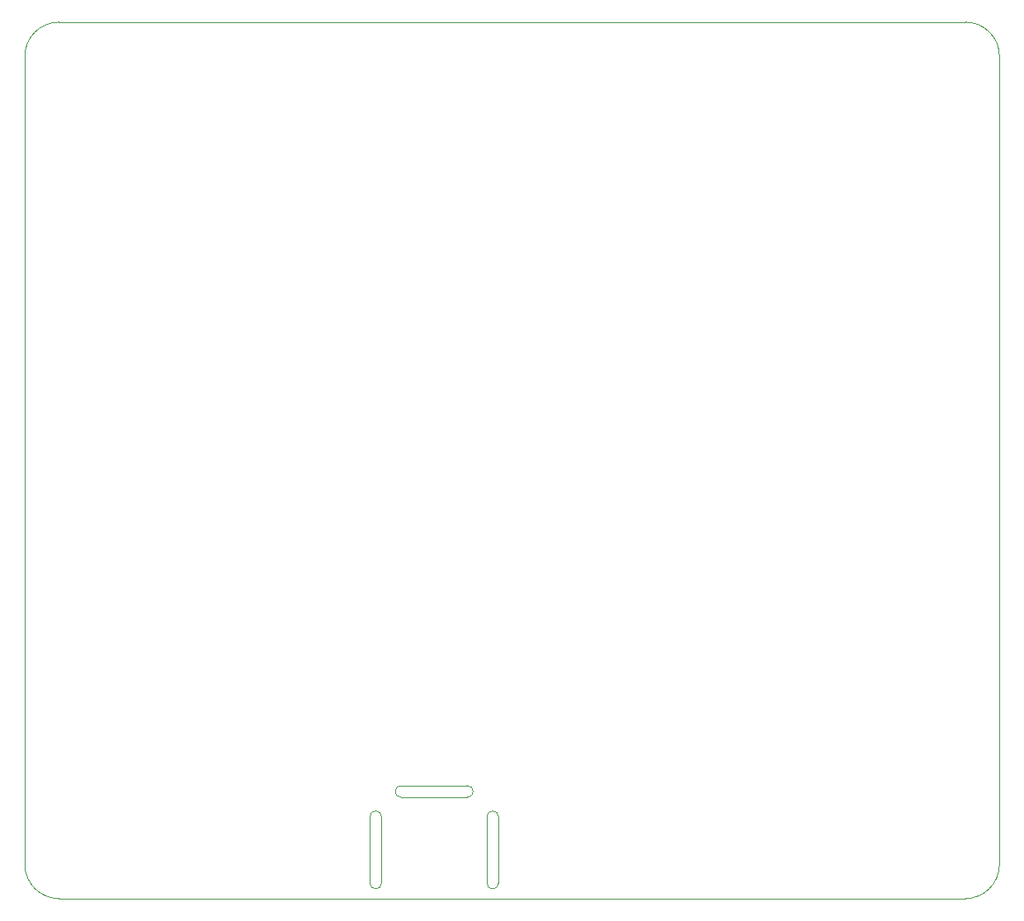
<source format=gm1>
%TF.GenerationSoftware,KiCad,Pcbnew,7.0.1*%
%TF.CreationDate,2023-06-24T00:20:47-07:00*%
%TF.ProjectId,Weather_Balloon_Payload_HW,57656174-6865-4725-9f42-616c6c6f6f6e,rev?*%
%TF.SameCoordinates,PX68e7780PY8583b00*%
%TF.FileFunction,Profile,NP*%
%FSLAX46Y46*%
G04 Gerber Fmt 4.6, Leading zero omitted, Abs format (unit mm)*
G04 Created by KiCad (PCBNEW 7.0.1) date 2023-06-24 00:20:47*
%MOMM*%
%LPD*%
G01*
G04 APERTURE LIST*
%TA.AperFunction,Profile*%
%ADD10C,0.100000*%
%TD*%
G04 APERTURE END LIST*
D10*
X38600000Y11600000D02*
G75*
G03*
X38600000Y10400000I0J-600000D01*
G01*
X96500000Y0D02*
G75*
G03*
X100000000Y3500000I0J3500000D01*
G01*
X0Y3500000D02*
G75*
G03*
X3500000Y0I3500000J0D01*
G01*
X38600000Y11600000D02*
X45400000Y11600000D01*
X48600000Y8400000D02*
X48600000Y1600000D01*
X3500000Y90000000D02*
G75*
G03*
X0Y86500000I0J-3500000D01*
G01*
X47400000Y1600000D02*
G75*
G03*
X48600000Y1600000I600000J0D01*
G01*
X35400000Y1600000D02*
X35400000Y8400000D01*
X36600000Y8400000D02*
X36600000Y1600000D01*
X96500000Y0D02*
X3500000Y0D01*
X0Y3500000D02*
X0Y86500000D01*
X100000000Y86500000D02*
G75*
G03*
X96500000Y90000000I-3500000J0D01*
G01*
X36600000Y8400000D02*
G75*
G03*
X35400000Y8400000I-600000J0D01*
G01*
X45400000Y10400000D02*
X38600000Y10400000D01*
X47400000Y1600000D02*
X47400000Y8400000D01*
X45400000Y10400000D02*
G75*
G03*
X45400000Y11600000I0J600000D01*
G01*
X35400000Y1600000D02*
G75*
G03*
X36600000Y1600000I600000J0D01*
G01*
X3500000Y90000000D02*
X96500000Y90000000D01*
X48600000Y8400000D02*
G75*
G03*
X47400000Y8400000I-600000J0D01*
G01*
X100000000Y86500000D02*
X100000000Y3500000D01*
M02*

</source>
